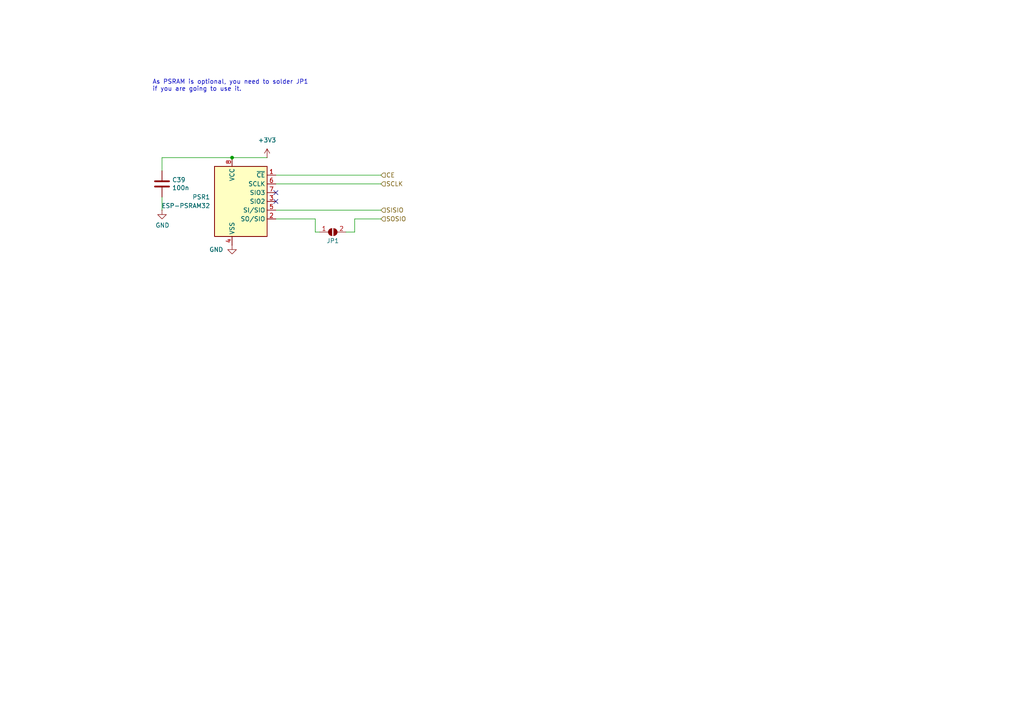
<source format=kicad_sch>
(kicad_sch (version 20231120) (generator "eeschema") (generator_version "8.0")
  (paper "A4")
  (title_block (title "MiniFRANK") (date "2025-01-14") (rev "2.0") (company "Mikhail Matveev") (comment 1 "https://github.com/xtremespb/frank"))
  (lib_symbols
    (symbol "Device:C" (pin_numbers hide) (pin_names (offset 0.254))
      (property "Reference" "C" (at 0.635 2.54 0))
      (property "Value" "C" (at 0.635 -2.54 0))
      (symbol "C_0_1"
        (polyline (pts (xy -2.032 -0.762) (xy 2.032 -0.762)) (stroke (width 0.508)))
        (polyline (pts (xy -2.032 0.762) (xy 2.032 0.762)) (stroke (width 0.508)))
      )
      (symbol "C_1_1"
        (pin passive line (at 0 3.81 270) (length 2.794) (name "~") (number "1"))
        (pin passive line (at 0 -3.81 90) (length 2.794) (name "~") (number "2"))
      )
    )
    (symbol "FRANK:ESP-PSRAM32"
      (property "Reference" "PSR1" (at -8.89 1.2701 0))
      (property "Value" "PSRAM" (at -8.89 -1.2699 0))
      (symbol "ESP-PSRAM32_0_1"
        (rectangle (start -7.62 10.16) (end 7.62 -10.16) (stroke (width 0.254)) (fill (type background)))
      )
      (symbol "ESP-PSRAM32_1_1"
        (pin input line (at 10.16 7.62 180) (length 2.54) (name "~{CE}") (number "1"))
        (pin output line (at 10.16 -5.08 180) (length 2.54) (name "SO/SIO") (number "2"))
        (pin bidirectional line (at 10.16 0 180) (length 2.54) (name "SIO2") (number "3"))
        (pin power_in line (at -2.54 -12.7 90) (length 2.54) (name "VSS") (number "4"))
        (pin input line (at 10.16 -2.54 180) (length 2.54) (name "SI/SIO") (number "5"))
        (pin output line (at 10.16 5.08 180) (length 2.54) (name "SCLK") (number "6"))
        (pin bidirectional line (at 10.16 2.54 180) (length 2.54) (name "SIO3") (number "7"))
        (pin power_in line (at -2.54 12.7 270) (length 2.54) (name "VCC") (number "8"))
      )
    )
    (symbol "GND_1" (power) (pin_numbers hide) (pin_names (offset 0) hide)
      (property "Value" "GND" (at 0 -3.81 0))
      (symbol "GND_1_0_1"
        (polyline (pts (xy 0 0) (xy 0 -1.27) (xy 1.27 -1.27) (xy 0 -2.54) (xy -1.27 -1.27) (xy 0 -1.27)))
      )
      (symbol "GND_1_1_1"
        (pin power_in line (at 0 0 270) (length 0) (name "~") (number "1"))
      )
    )
    (symbol "Jumper:SolderJumper_2_Open" (pin_names (offset 0) hide)
      (property "Reference" "JP" (at 0 2.032 0))
      (property "Value" "SolderJumper_2_Open" (at 0 -2.54 0))
      (symbol "SolderJumper_2_Open_0_1"
        (arc (start -0.254 1.016) (mid -1.2655 0) (end -0.254 -1.016))
        (arc (start -0.254 1.016) (mid -1.2655 0) (end -0.254 -1.016) (fill (type outline)))
        (polyline (pts (xy -0.254 1.016) (xy -0.254 -1.016)))
        (polyline (pts (xy 0.254 1.016) (xy 0.254 -1.016)))
        (arc (start 0.254 -1.016) (mid 1.2655 0) (end 0.254 1.016))
        (arc (start 0.254 -1.016) (mid 1.2655 0) (end 0.254 1.016) (fill (type outline)))
      )
      (symbol "SolderJumper_2_Open_1_1"
        (pin passive line (at -3.81 0 0) (length 2.54) (name "A") (number "1"))
        (pin passive line (at 3.81 0 180) (length 2.54) (name "B") (number "2"))
      )
    )
    (symbol "power:+3V3" (power) (pin_numbers hide) (pin_names (offset 0) hide)
      (property "Value" "+3V3" (at 0 3.556 0))
      (symbol "+3V3_0_1"
        (polyline (pts (xy -0.762 1.27) (xy 0 2.54)))
        (polyline (pts (xy 0 0) (xy 0 2.54)))
        (polyline (pts (xy 0 2.54) (xy 0.762 1.27)))
      )
      (symbol "+3V3_1_1"
        (pin power_in line (at 0 0 90) (length 0) (name "~") (number "1"))
      )
    )
    (symbol "power:GND" (power) (pin_numbers hide) (pin_names (offset 0) hide)
      (property "Value" "GND" (at 0 -3.81 0))
      (symbol "GND_0_1"
        (polyline (pts (xy 0 0) (xy 0 -1.27) (xy 1.27 -1.27) (xy 0 -2.54) (xy -1.27 -1.27) (xy 0 -1.27)))
      )
      (symbol "GND_1_1"
        (pin power_in line (at 0 0 270) (length 0) (name "~") (number "1"))
      )
    )
  )
  (junction (at 67.31 45.72))
  (no_connect (at 80.01 55.88))
  (no_connect (at 80.01 58.42))
  (wire (pts (xy 80.01 50.8) (xy 110.49 50.8)))
  (wire (pts (xy 91.44 67.31) (xy 91.44 63.5)))
  (wire (pts (xy 91.44 67.31) (xy 92.71 67.31)))
  (wire (pts (xy 46.99 45.72) (xy 46.99 49.53)))
  (wire (pts (xy 80.01 53.34) (xy 110.49 53.34)))
  (wire (pts (xy 46.99 45.72) (xy 67.31 45.72)))
  (wire (pts (xy 67.31 45.72) (xy 77.47 45.72)))
  (wire (pts (xy 46.99 57.15) (xy 46.99 60.96)))
  (wire (pts (xy 80.01 60.96) (xy 110.49 60.96)))
  (wire (pts (xy 102.87 67.31) (xy 102.87 63.5)))
  (wire (pts (xy 102.87 63.5) (xy 110.49 63.5)))
  (wire (pts (xy 100.33 67.31) (xy 102.87 67.31)))
  (wire (pts (xy 91.44 63.5) (xy 80.01 63.5)))
  (text "As PSRAM is optional, you need to solder JP1\nif you are going to use it." (at 44.196 24.892 0) (effects (font (size 1.27 1.27)) (justify left)))
  (hierarchical_label "SISIO" (shape input) (at 110.49 60.96 0))
  (hierarchical_label "CE" (shape input) (at 110.49 50.8 0))
  (hierarchical_label "SCLK" (shape input) (at 110.49 53.34 0))
  (hierarchical_label "SOSIO" (shape input) (at 110.49 63.5 0))
  (symbol (lib_id "power:GND") (at 67.31 71.12 0) (unit 1)
    (property "Reference" "#PWR060" (effects (hide yes)))
    (property "Value" "GND" (at 64.77 72.39 0) (effects (justify right)))
    (property "Description" "Power symbol creates a global label with name \"GND\" , ground" (effects (hide yes)))
  )
  (symbol (lib_id "power:+3V3") (at 77.47 45.72 0) (unit 1)
    (property "Reference" "#PWR058" (effects (hide yes)))
    (property "Value" "+3V3" (at 77.47 40.64 0))
    (property "Description" "Power symbol creates a global label with name \"+3V3\"" (effects (hide yes)))
  )
  (symbol (lib_id "FRANK:ESP-PSRAM32") (at 69.85 58.42 0) (unit 1)
    (property "Reference" "PSR1" (at 60.96 57.1499 0) (effects (justify right)))
    (property "Value" "ESP-PSRAM32" (at 60.96 59.6899 0) (effects (justify right)))
    (property "Footprint" "FRANK:SO-8" (effects (hide yes)))
    (property "Datasheet" "https://www.espressif.com/sites/default/files/documentation/esp-psram32_datasheet_en.pdf" (effects (hide yes)))
    (property "AliExpress" "https://www.aliexpress.com/item/1005006440914173.html" (effects (hide yes)))
  )
  (symbol (lib_id "Device:C") (at 46.99 53.34 0) (unit 1)
    (property "Reference" "C39" (at 49.911 52.1716 0) (effects (justify left)))
    (property "Value" "100n" (at 49.911 54.483 0) (effects (justify left)))
    (property "Footprint" "FRANK:Capacitor (0805)" (effects (hide yes)))
    (property "Datasheet" "https://eu.mouser.com/datasheet/2/447/KEM_C1075_X7R_HT_SMD-3316221.pdf" (effects (hide yes)))
    (property "AliExpress" "https://www.aliexpress.com/item/33008008276.html" (effects (hide yes)))
  )
  (symbol (lib_id "Jumper:SolderJumper_2_Open") (at 96.52 67.31 0) (unit 1)
    (property "Reference" "JP1" (at 96.52 69.85 0))
    (property "Value" "Jumper PSRAM (2.54)" (effects (hide yes)))
    (property "Footprint" "FRANK:Jumper (solder)" (effects (hide yes)))
    (property "Datasheet" "https://cdn-shop.adafruit.com/product-files/4677/4677_esp-psram64_esp-psram64h_datasheet_en.pdf" (effects (hide yes)))
    (property "AliExpress" "https://www.aliexpress.com/item/1005006454399822.html" (effects (hide yes)))
  )
  (symbol (lib_name "GND_1") (lib_id "power:GND") (at 46.99 60.96 0) (unit 1)
    (property "Reference" "#PWR059" (effects (hide yes)))
    (property "Value" "GND" (at 47.117 65.3542 0))
    (property "Description" "Power symbol creates a global label with name \"GND\" , ground" (effects (hide yes)))
  )
)
</source>
